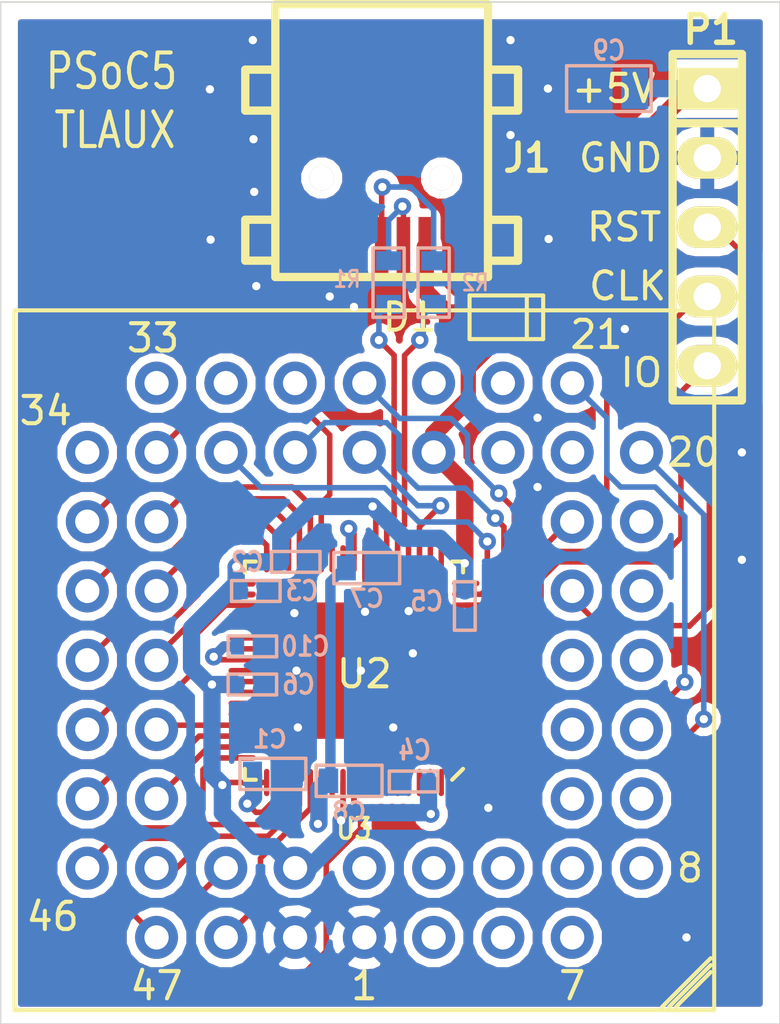
<source format=kicad_pcb>
(kicad_pcb (version 20211014) (generator pcbnew)
  (layers (0 "F.Cu" signal) (31 "B.Cu" signal) (34 "B.Paste" user) (35 "F.Paste" user) (36 "B.SilkS" user "B.Silkscreen") (37 "F.SilkS" user "F.Silkscreen") (38 "B.Mask" user) (39 "F.Mask" user) (44 "Edge.Cuts" user))
  (net 0 "")
  (net 1 "/RST")
  (net 2 "/SWDCLK")
  (net 3 "/SWDIO")
  (net 4 "Net-(U2-Pad2)")
  (net 5 "Net-(U2-Pad3)")
  (net 6 "Net-(U2-Pad4)")
  (net 7 "Net-(U2-Pad5)")
  (net 8 "Net-(U2-Pad6)")
  (net 9 "Net-(U2-Pad7)")
  (net 10 "Net-(U2-Pad8)")
  (net 11 "Net-(U2-Pad9)")
  (net 12 "Net-(U2-Pad10)")
  (net 13 "Net-(U2-Pad11)")
  (net 14 "Net-(U2-Pad12)")
  (net 15 "Net-(U2-Pad13)")
  (net 16 "Net-(U2-Pad14)")
  (net 17 "Net-(U2-Pad15)")
  (net 18 "Net-(U2-Pad16)")
  (net 19 "Net-(U2-Pad18)")
  (net 20 "Net-(U2-Pad22)")
  (net 21 "Net-(U2-Pad23)")
  (net 22 "Net-(U2-Pad24)")
  (net 23 "Net-(U2-Pad25)")
  (net 24 "Net-(U2-Pad29)")
  (net 25 "Net-(U2-Pad31)")
  (net 26 "Net-(U2-Pad33)")
  (net 27 "Net-(U2-Pad34)")
  (net 28 "Net-(U2-Pad35)")
  (net 29 "Net-(U2-Pad36)")
  (net 30 "Net-(U2-Pad37)")
  (net 31 "Net-(U2-Pad38)")
  (net 32 "Net-(U2-Pad39)")
  (net 33 "Net-(U2-Pad40)")
  (net 34 "Net-(U2-Pad41)")
  (net 35 "Net-(U2-Pad42)")
  (net 36 "Net-(U2-Pad43)")
  (net 37 "Net-(U2-Pad44)")
  (net 38 "Net-(U2-Pad45)")
  (net 39 "Net-(U2-Pad46)")
  (net 40 "Net-(U2-Pad47)")
  (net 41 "Net-(U2-Pad48)")
  (net 42 "Net-(U2-Pad49)")
  (net 43 "Net-(U2-Pad50)")
  (net 44 "Net-(U3-Pad68)")
  (net 45 "Net-(U3-Pad66)")
  (net 46 "Net-(U3-Pad65)")
  (net 47 "Net-(U3-Pad64)")
  (net 48 "Net-(U3-Pad63)")
  (net 49 "Net-(U3-Pad62)")
  (net 50 "Net-(U3-Pad61)")
  (net 51 "Net-(U3-Pad47)")
  (net 52 "Net-(U3-Pad46)")
  (net 53 "Net-(U3-Pad41)")
  (net 54 "Net-(U3-Pad40)")
  (net 55 "Net-(U3-Pad39)")
  (net 56 "Net-(U3-Pad38)")
  (net 57 "Net-(U3-Pad28)")
  (net 58 "Net-(U3-Pad27)")
  (net 59 "Net-(U3-Pad21)")
  (net 60 "Net-(U3-Pad19)")
  (net 61 "Net-(U3-Pad18)")
  (net 62 "Net-(U3-Pad6)")
  (net 63 "Net-(U3-Pad4)")
  (net 64 "Net-(U3-Pad3)")
  (net 65 "+5.0Vx")
  (net 66 "GND")
  (net 67 "Net-(C1-Pad2)")
  (net 68 "Net-(J1-Pad3)")
  (net 69 "Net-(J1-Pad2)")
  (net 70 "/V_MON2")
  (net 71 "/RX")
  (net 72 "/TX")
  (net 73 "/AC_MON")
  (net 74 "/TX_EN")
  (net 75 "/LED")
  (net 76 "/ESTOP")
  (net 77 "/USB_DM")
  (net 78 "/USB_DP")
  (net 79 "Net-(D1-Pad2)")
  (net 80 "/VCCD")
  (net 81 "Net-(C10-Pad2)")
  (footprint "w_pin_strip:pin_strip_5" (layer "F.Cu") (at 164.973 85.725 -90)
    (fp_text reference "P1")
    (fp_text value "CONN_01X05" hide)
  )
  (footprint "t_sockets:PLCC_52_Socket" (layer "F.Cu") (at 152.4 101.6)
    (fp_text reference "U2")
    (fp_text value "MC68HC811E2")
  )
  (footprint "t_so:SOD-123" (layer "F.Cu") (at 157.607 89.027 180)
    (fp_text reference "D1")
    (fp_text value "DIODESCH")
  )
  (footprint "t_connectors:conn_usb_B_mini_smd" (layer "F.Cu") (at 153.035 82.55 180)
    (fp_text reference "J1")
    (fp_text value "USB_micro-B" hide)
  )
  (footprint "t_qfn:QFN_68" (layer "F.Cu") (at 152.019 101.981 180)
    (fp_text reference "U3")
    (fp_text value "CY8C58LP_QFN68" hide)
  )
  (footprint "t_passive_smd:cap_0402" (layer "B.Cu") (at 149.8854 97.9932)
    (fp_text reference "C2")
    (fp_text value "0.1uF" hide)
  )
  (footprint "t_passive_smd:cap_0402" (layer "B.Cu") (at 148.421 99.06)
    (fp_text reference "C3")
    (fp_text value "0.1uF" hide)
  )
  (footprint "t_passive_smd:cap_0402" (layer "B.Cu") (at 156.083 99.61 -90)
    (fp_text reference "C5")
    (fp_text value "0.1uF" hide)
  )
  (footprint "t_passive_smd:cap_0402" (layer "B.Cu") (at 148.294 102.489)
    (fp_text reference "C6")
    (fp_text value "0.1uF" hide)
  )
  (footprint "t_passive_smd:cap_0603" (layer "B.Cu") (at 149.0472 105.7656)
    (fp_text reference "C1")
    (fp_text value "1.0uF" hide)
  )
  (footprint "t_passive_smd:res_0603" (layer "B.Cu") (at 153.289 87.757 -90)
    (fp_text reference "R1")
    (fp_text value "Res6" hide)
  )
  (footprint "t_passive_smd:res_0603" (layer "B.Cu") (at 154.94 87.757 -90)
    (fp_text reference "R2")
    (fp_text value "Res6" hide)
  )
  (footprint "t_passive_smd:cap_0402" (layer "B.Cu") (at 154.2034 106.045 180)
    (fp_text reference "C4")
    (fp_text value "0.1uF" hide)
  )
  (footprint "t_passive_smd:cap_0603" (layer "B.Cu") (at 152.4882 98.2218)
    (fp_text reference "C7")
    (fp_text value "1.0 uF" hide)
  )
  (footprint "t_passive_smd:cap_0603" (layer "B.Cu") (at 151.8412 106.0196)
    (fp_text reference "C8")
    (fp_text value "1.0uF" hide)
  )
  (footprint "t_passive_smd:cap_0805" (layer "B.Cu") (at 161.3662 80.645 180)
    (fp_text reference "C9")
    (fp_text value "10uF" hide)
  )
  (footprint "t_passive_smd:cap_0402" (layer "B.Cu") (at 148.294 101.092)
    (fp_text reference "C10")
    (fp_text value "0.1uF" hide)
  )
  (gr_line (start 167.64 114.935) (end 139.065 114.935) (layer "Edge.Cuts") (width 0.05))
  (gr_line (start 167.64 77.47) (end 167.64 114.935) (layer "Edge.Cuts") (width 0.05))
  (gr_line (start 139.065 77.47) (end 167.64 77.47) (layer "Edge.Cuts") (width 0.05))
  (gr_line (start 139.065 114.935) (end 139.065 77.47) (layer "Edge.Cuts") (width 0.05))
  (gr_text "8" (at 164.338 109.22) (layer "F.SilkS") (effects (font (size 1 1))))
  (gr_text "47\n" (at 144.78 113.538) (layer "F.SilkS") (effects (font (size 1 1))))
  (gr_text "46\n" (at 140.97 110.998) (layer "F.SilkS") (effects (font (size 1 1))))
  (gr_text "33" (at 144.653 89.789) (layer "F.SilkS") (effects (font (size 1 1))))
  (gr_text "20\n" (at 164.465 93.98) (layer "F.SilkS") (effects (font (size 1 1))))
  (gr_text "34" (at 140.716 92.456) (layer "F.SilkS") (effects (font (size 1 1))))
  (gr_text "21\n" (at 160.909 89.662) (layer "F.SilkS") (effects (font (size 1 1))))
  (gr_text "GND" (at 161.798 83.185) (layer "F.SilkS") (effects (font (size 1 1))))
  (gr_text "RST" (at 161.925 85.725) (layer "F.SilkS") (effects (font (size 1 1))))
  (gr_text "CLK" (at 162.052 87.884) (layer "F.SilkS") (effects (font (size 1 1))))
  (gr_text "IO" (at 162.56 91.059) (layer "F.SilkS") (effects (font (size 1 1))))
  (gr_text "PSoC5" (at 143.129 80.01) (layer "F.SilkS") (effects (font (size 1.27 1))))
  (gr_text "1" (at 152.4 113.538) (layer "F.SilkS") (effects (font (size 1 1))))
  (gr_text "+5V" (at 161.544 80.645) (layer "F.SilkS") (effects (font (size 1 1))))
  (gr_text "TLAUX" (at 143.256 82.169) (layer "F.SilkS") (effects (font (size 1.27 1))))
  (gr_text "7" (at 160.02 113.538) (layer "F.SilkS") (effects (font (size 1 1))))
  (segment (start 161.5694 100.6094) (end 161.8488 100.33) (width 0.2032) (layer "F.Cu") (net 1))
  (segment (start 161.4424 100.7364) (end 160.02 99.314) (width 0.2032) (layer "F.Cu") (net 1))
  (segment (start 161.5694 100.6094) (end 161.4424 100.7364) (width 0.2032) (layer "F.Cu") (net 1))
  (segment (start 164.2872 100.33) (end 164.3126 100.3554) (width 0.2032) (layer "F.Cu") (net 1))
  (segment (start 166.751 87.16518) (end 165.31082 85.725) (width 0.2032) (layer "F.Cu") (net 1))
  (segment (start 160.02 99.314) (end 160.02 99.06) (width 0.2032) (layer "F.Cu") (net 1))
  (segment (start 165.0492 99.6188) (end 165.0492 93.345) (width 0.2032) (layer "F.Cu") (net 1))
  (segment (start 161.3154 102.3874) (end 161.3154 100.8634) (width 0.2032) (layer "F.Cu") (net 1))
  (segment (start 160.8328 102.87) (end 161.3154 102.3874) (width 0.2032) (layer "F.Cu") (net 1))
  (segment (start 161.8488 100.33) (end 164.2872 100.33) (width 0.2032) (layer "F.Cu") (net 1))
  (segment (start 156.119 101.581) (end 157.2324 101.581) (width 0.2032) (layer "F.Cu") (net 1))
  (segment (start 157.2324 101.581) (end 158.5214 102.87) (width 0.2032) (layer "F.Cu") (net 1))
  (segment (start 164.3126 100.3554) (end 165.0492 99.6188) (width 0.2032) (layer "F.Cu") (net 1))
  (segment (start 158.5214 102.87) (end 160.8328 102.87) (width 0.2032) (layer "F.Cu") (net 1))
  (segment (start 165.0492 93.345) (end 166.751 91.6432) (width 0.2032) (layer "F.Cu") (net 1))
  (segment (start 161.3154 100.8634) (end 161.5694 100.6094) (width 0.2032) (layer "F.Cu") (net 1))
  (segment (start 165.31082 85.725) (end 164.973 85.725) (width 0.2032) (layer "F.Cu") (net 1))
  (segment (start 166.751 91.6432) (end 166.751 87.16518) (width 0.2032) (layer "F.Cu") (net 1))
  (segment (start 158.495989 98.466315) (end 159.350116 97.612188) (width 0.2032) (layer "F.Cu") (net 2))
  (segment (start 164.63518 88.265) (end 164.973 88.265) (width 0.2032) (layer "F.Cu") (net 2))
  (segment (start 160.705812 97.612188) (end 161.29 97.028) (width 0.2032) (layer "F.Cu") (net 2))
  (segment (start 156.119 100.781) (end 157.8164 100.781) (width 0.2032) (layer "F.Cu") (net 2))
  (segment (start 157.8164 100.781) (end 158.495989 100.101411) (width 0.2032) (layer "F.Cu") (net 2))
  (segment (start 161.29 97.028) (end 161.29 91.61018) (width 0.2032) (layer "F.Cu") (net 2))
  (segment (start 161.29 91.61018) (end 164.63518 88.265) (width 0.2032) (layer "F.Cu") (net 2))
  (segment (start 158.495989 100.101411) (end 158.495989 98.466315) (width 0.2032) (layer "F.Cu") (net 2))
  (segment (start 159.350116 97.612188) (end 160.705812 97.612188) (width 0.2032) (layer "F.Cu") (net 2))
  (segment (start 163.118801 97.993199) (end 164.0078 97.1042) (width 0.2032) (layer "F.Cu") (net 3))
  (segment (start 158.877 100.3554) (end 158.877 98.624134) (width 0.2032) (layer "F.Cu") (net 3))
  (segment (start 164.0078 91.7702) (end 164.973 90.805) (width 0.2032) (layer "F.Cu") (net 3))
  (segment (start 156.119 101.181) (end 158.0514 101.181) (width 0.2032) (layer "F.Cu") (net 3))
  (segment (start 164.0078 97.1042) (end 164.0078 91.7702) (width 0.2032) (layer "F.Cu") (net 3))
  (segment (start 158.0514 101.181) (end 158.877 100.3554) (width 0.2032) (layer "F.Cu") (net 3))
  (segment (start 159.507935 97.993199) (end 163.118801 97.993199) (width 0.2032) (layer "F.Cu") (net 3))
  (segment (start 158.877 98.624134) (end 159.507935 97.993199) (width 0.2032) (layer "F.Cu") (net 3))
  (segment (start 146.05 92.71) (end 144.78 93.98) (width 0.2032) (layer "F.Cu") (net 28))
  (segment (start 150.495 92.71) (end 146.05 92.71) (width 0.2032) (layer "F.Cu") (net 28))
  (segment (start 151.13 95.5294) (end 151.13 93.345) (width 0.2032) (layer "F.Cu") (net 28))
  (segment (start 150.819 97.881) (end 150.819 95.8404) (width 0.2032) (layer "F.Cu") (net 28))
  (segment (start 151.13 93.345) (end 150.495 92.71) (width 0.2032) (layer "F.Cu") (net 28))
  (segment (start 150.819 95.8404) (end 151.13 95.5294) (width 0.2032) (layer "F.Cu") (net 28))
  (segment (start 150.419 97.881) (end 150.419 95.9106) (width 0.2032) (layer "F.Cu") (net 29))
  (segment (start 149.7584 95.25) (end 143.51 95.25) (width 0.2032) (layer "F.Cu") (net 29))
  (segment (start 143.51 95.25) (end 143.027399 95.732601) (width 0.2032) (layer "F.Cu") (net 29))
  (segment (start 143.027399 95.732601) (end 142.24 96.52) (width 0.2032) (layer "F.Cu") (net 29))
  (segment (start 150.419 95.9106) (end 149.7584 95.25) (width 0.2032) (layer "F.Cu") (net 29))
  (segment (start 150.019 97.881) (end 150.019 96.2726) (width 0.2032) (layer "F.Cu") (net 30))
  (segment (start 145.6182 95.6818) (end 144.78 96.52) (width 0.2032) (layer "F.Cu") (net 30))
  (segment (start 150.019 96.2726) (end 149.4282 95.6818) (width 0.2032) (layer "F.Cu") (net 30))
  (segment (start 149.4282 95.6818) (end 145.6182 95.6818) (width 0.2032) (layer "F.Cu") (net 30))
  (segment (start 146.812 96.139) (end 145.161 97.79) (width 0.2032) (layer "F.Cu") (net 31))
  (segment (start 145.161 97.79) (end 143.51 97.79) (width 0.2032) (layer "F.Cu") (net 31))
  (segment (start 143.027399 98.272601) (end 142.24 99.06) (width 0.2032) (layer "F.Cu") (net 31))
  (segment (start 149.1234 96.139) (end 146.812 96.139) (width 0.2032) (layer "F.Cu") (net 31))
  (segment (start 149.619 96.6346) (end 149.1234 96.139) (width 0.2032) (layer "F.Cu") (net 31))
  (segment (start 149.619 97.881) (end 149.619 96.6346) (width 0.2032) (layer "F.Cu") (net 31))
  (segment (start 143.51 97.79) (end 143.027399 98.272601) (width 0.2032) (layer "F.Cu") (net 31))
  (segment (start 149.219 97.0474) (end 148.844 96.6724) (width 0.2032) (layer "F.Cu") (net 32))
  (segment (start 147.0406 96.6724) (end 144.78 98.933) (width 0.2032) (layer "F.Cu") (net 32))
  (segment (start 149.219 97.881) (end 149.219 97.0474) (width 0.2032) (layer "F.Cu") (net 32))
  (segment (start 148.844 96.6724) (end 147.0406 96.6724) (width 0.2032) (layer "F.Cu") (net 32))
  (segment (start 144.78 98.933) (end 144.78 99.06) (width 0.2032) (layer "F.Cu") (net 32))
  (segment (start 143.51 100.33) (end 143.027399 100.812601) (width 0.2032) (layer "F.Cu") (net 33))
  (segment (start 148.819 97.384) (end 148.59 97.155) (width 0.2032) (layer "F.Cu") (net 33))
  (segment (start 148.819 97.881) (end 148.819 97.384) (width 0.2032) (layer "F.Cu") (net 33))
  (segment (start 146.304 99.187) (end 145.161 100.33) (width 0.2032) (layer "F.Cu") (net 33))
  (segment (start 146.304 98.298) (end 146.304 99.187) (width 0.2032) (layer "F.Cu") (net 33))
  (segment (start 148.59 97.155) (end 147.447 97.155) (width 0.2032) (layer "F.Cu") (net 33))
  (segment (start 145.161 100.33) (end 143.51 100.33) (width 0.2032) (layer "F.Cu") (net 33))
  (segment (start 143.027399 100.812601) (end 142.24 101.6) (width 0.2032) (layer "F.Cu") (net 33))
  (segment (start 147.447 97.155) (end 146.304 98.298) (width 0.2032) (layer "F.Cu") (net 33))
  (segment (start 147.919 99.181) (end 147.072 99.181) (width 0.2032) (layer "F.Cu") (net 34))
  (segment (start 148.3 99.2) (end 147.699708 99.2) (width 0.2032) (layer "F.Cu") (net 34))
  (segment (start 144.78 101.473) (end 144.78 101.6) (width 0.2032) (layer "F.Cu") (net 34))
  (segment (start 147.072 99.181) (end 144.78 101.473) (width 0.2032) (layer "F.Cu") (net 34))
  (segment (start 147.307 99.581) (end 146.177 100.711) (width 0.2032) (layer "F.Cu") (net 35))
  (segment (start 147.919 99.581) (end 147.307 99.581) (width 0.2032) (layer "F.Cu") (net 35))
  (segment (start 146.177 101.981) (end 145.288 102.87) (width 0.2032) (layer "F.Cu") (net 35))
  (segment (start 143.027399 103.352601) (end 142.24 104.14) (width 0.2032) (layer "F.Cu") (net 35))
  (segment (start 146.177 100.711) (end 146.177 101.981) (width 0.2032) (layer "F.Cu") (net 35))
  (segment (start 145.288 102.87) (end 143.51 102.87) (width 0.2032) (layer "F.Cu") (net 35))
  (segment (start 143.51 102.87) (end 143.027399 103.352601) (width 0.2032) (layer "F.Cu") (net 35))
  (segment (start 144.939 103.981) (end 144.78 104.14) (width 0.2032) (layer "F.Cu") (net 36))
  (segment (start 147.919 103.981) (end 144.939 103.981) (width 0.2032) (layer "F.Cu") (net 36))
  (segment (start 147.919 104.381) (end 146.3424 104.381) (width 0.2032) (layer "F.Cu") (net 37))
  (segment (start 148.3 104.4) (end 147.797092 104.4) (width 0.2032) (layer "F.Cu") (net 37))
  (segment (start 145.3134 105.41) (end 143.51 105.41) (width 0.2032) (layer "F.Cu") (net 37))
  (segment (start 143.027399 105.892601) (end 142.24 106.68) (width 0.2032) (layer "F.Cu") (net 37))
  (segment (start 143.51 105.41) (end 143.027399 105.892601) (width 0.2032) (layer "F.Cu") (net 37))
  (segment (start 146.3424 104.381) (end 145.3134 105.41) (width 0.2032) (layer "F.Cu") (net 37))
  (segment (start 148.3 104.8) (end 147.9 104.8) (width 0.2032) (layer "F.Cu") (net 38))
  (segment (start 146.679 104.781) (end 144.78 106.68) (width 0.2032) (layer "F.Cu") (net 38))
  (segment (start 147.919 104.781) (end 146.679 104.781) (width 0.2032) (layer "F.Cu") (net 38))
  (segment (start 142.24 109.1057) (end 142.24 109.22) (width 0.2032) (layer "F.Cu") (net 39))
  (segment (start 143.598899 107.746801) (end 142.24 109.1057) (width 0.2032) (layer "F.Cu") (net 39))
  (segment (start 146.4818 105.6132) (end 146.4818 107.061) (width 0.2032) (layer "F.Cu") (net 39))
  (segment (start 145.795999 107.746801) (end 143.598899 107.746801) (width 0.2032) (layer "F.Cu") (net 39))
  (segment (start 146.914 105.181) (end 146.4818 105.6132) (width 0.2032) (layer "F.Cu") (net 39))
  (segment (start 146.4818 107.061) (end 145.795999 107.746801) (width 0.2032) (layer "F.Cu") (net 39))
  (segment (start 147.919 105.181) (end 146.914 105.181) (width 0.2032) (layer "F.Cu") (net 39))
  (segment (start 144.78 111.76) (end 143.51 110.49) (width 0.2032) (layer "F.Cu") (net 40))
  (segment (start 143.51 110.49) (end 143.51 108.712) (width 0.2032) (layer "F.Cu") (net 40))
  (segment (start 148.751147 107.624248) (end 149.619 106.756395) (width 0.2032) (layer "F.Cu") (net 40))
  (segment (start 143.51 108.712) (end 144.094188 108.127812) (width 0.2032) (layer "F.Cu") (net 40))
  (segment (start 144.094188 108.127812) (end 145.999188 108.127812) (width 0.2032) (layer "F.Cu") (net 40))
  (segment (start 145.999188 108.127812) (end 146.502752 107.624248) (width 0.2032) (layer "F.Cu") (net 40))
  (segment (start 149.619 106.756395) (end 149.619 106.081) (width 0.2032) (layer "F.Cu") (net 40))
  (segment (start 146.502752 107.624248) (end 148.751147 107.624248) (width 0.2032) (layer "F.Cu") (net 40))
  (segment (start 148.862614 108.051611) (end 146.684989 108.051611) (width 0.2032) (layer "F.Cu") (net 41))
  (segment (start 145.5166 109.22) (end 144.78 109.22) (width 0.2032) (layer "F.Cu") (net 41))
  (segment (start 146.684989 108.051611) (end 145.5166 109.22) (width 0.2032) (layer "F.Cu") (net 41))
  (segment (start 150.019 106.895225) (end 148.862614 108.051611) (width 0.2032) (layer "F.Cu") (net 41))
  (segment (start 150 105.7) (end 150 106.413) (width 0.2032) (layer "F.Cu") (net 41))
  (segment (start 150.019 106.081) (end 150.019 106.895225) (width 0.2032) (layer "F.Cu") (net 41))
  (segment (start 150.419 106.081) (end 150.419 107.034056) (width 0.2032) (layer "F.Cu") (net 42))
  (segment (start 150.419 107.034056) (end 148.59 108.863056) (width 0.2032) (layer "F.Cu") (net 42))
  (segment (start 148.59 110.49) (end 148.107399 110.972601) (width 0.2032) (layer "F.Cu") (net 42))
  (segment (start 148.59 108.863056) (end 148.59 110.49) (width 0.2032) (layer "F.Cu") (net 42))
  (segment (start 148.107399 110.972601) (end 147.32 111.76) (width 0.2032) (layer "F.Cu") (net 42))
  (segment (start 152.019 107.0102) (end 152.260304 107.251504) (width 0.2032) (layer "F.Cu") (net 43))
  (segment (start 151.003 109.038134) (end 151.003 112.268) (width 0.2032) (layer "F.Cu") (net 43))
  (segment (start 146.05 112.522) (end 146.05 110.49) (width 0.2032) (layer "F.Cu") (net 43))
  (segment (start 152.260304 107.78083) (end 151.003 109.038134) (width 0.2032) (layer "F.Cu") (net 43))
  (segment (start 151.003 112.268) (end 150.241 113.03) (width 0.2032) (layer "F.Cu") (net 43))
  (segment (start 146.558 113.03) (end 146.05 112.522) (width 0.2032) (layer "F.Cu") (net 43))
  (segment (start 152.019 106.7842) (end 152.019 107.0102) (width 0.2032) (layer "F.Cu") (net 43))
  (segment (start 152.260304 107.251504) (end 152.260304 107.78083) (width 0.2032) (layer "F.Cu") (net 43))
  (segment (start 152.019 106.7842) (end 152.019 106.081) (width 0.2032) (layer "F.Cu") (net 43))
  (segment (start 146.532601 110.007399) (end 147.32 109.22) (width 0.2032) (layer "F.Cu") (net 43))
  (segment (start 150.241 113.03) (end 146.558 113.03) (width 0.2032) (layer "F.Cu") (net 43))
  (segment (start 152.019 106.7842) (end 152.019 106.553) (width 0.2032) (layer "F.Cu") (net 43))
  (segment (start 146.05 110.49) (end 146.532601 110.007399) (width 0.2032) (layer "F.Cu") (net 43))
  (segment (start 150.253657 109.22) (end 151.546743 107.926914) (width 0.2032) (layer "F.Cu") (net 65))
  (segment (start 156.21 92.030806) (end 156.21 90.849194) (width 0.5588) (layer "F.Cu") (net 65))
  (segment (start 147.919 98.781) (end 147.676 98.781) (width 0.2032) (layer "F.Cu") (net 65))
  (segment (start 147.676 98.781) (end 147.574 98.679) (width 0.2032) (layer "F.Cu") (net 65))
  (segment (start 155.727399 94.767399) (end 154.94 93.98) (width 0.635) (layer "F.Cu") (net 65))
  (segment (start 156.21 90.849194) (end 158.032194 89.027) (width 0.635) (layer "F.Cu") (net 65))
  (segment (start 156.119 98.781) (end 156.119 98.08) (width 0.2032) (layer "F.Cu") (net 65))
  (segment (start 148.3 98.8) (end 147.5968 98.8) (width 0.2032) (layer "F.Cu") (net 65))
  (segment (start 147.919 102.381) (end 146.920046 102.381) (width 0.2032) (layer "F.Cu") (net 65))
  (segment (start 156.083 95.123) (end 155.727399 94.767399) (width 0.635) (layer "F.Cu") (net 65))
  (segment (start 146.920046 102.381) (end 146.812 102.489046) (width 0.2032) (layer "F.Cu") (net 65))
  (segment (start 160.463 89.027) (end 162.2552 87.2348) (width 0.635) (layer "F.Cu") (net 65))
  (segment (start 151.619 107.405645) (end 151.546743 107.477902) (width 0.2032) (layer "F.Cu") (net 65))
  (segment (start 147.284 106.081) (end 147.193 106.172) (width 0.2032) (layer "F.Cu") (net 65))
  (segment (start 164.3634 80.645) (end 164.973 80.645) (width 0.635) (layer "F.Cu") (net 65))
  (segment (start 154.819 107.21939) (end 154.8384 107.23879) (width 0.2032) (layer "F.Cu") (net 65))
  (segment (start 151.546743 107.926914) (end 151.546743 107.477902) (width 0.2032) (layer "F.Cu") (net 65))
  (segment (start 162.2552 87.2348) (end 162.2552 82.7532) (width 0.635) (layer "F.Cu") (net 65))
  (segment (start 152.819 97.881) (end 152.819 96.075402) (width 0.2032) (layer "F.Cu") (net 65))
  (segment (start 158.032194 89.027) (end 160.463 89.027) (width 0.635) (layer "F.Cu") (net 65))
  (segment (start 147.574 98.679) (end 147.574 98.298) (width 0.2032) (layer "F.Cu") (net 65))
  (segment (start 154.819 106.081) (end 154.819 107.21939) (width 0.2032) (layer "F.Cu") (net 65))
  (segment (start 147.574 98.298) (end 147.701 98.171) (width 0.2032) (layer "F.Cu") (net 65))
  (segment (start 162.2552 82.7532) (end 164.3634 80.645) (width 0.635) (layer "F.Cu") (net 65))
  (segment (start 154.94 93.300806) (end 156.21 92.030806) (width 0.635) (layer "F.Cu") (net 65))
  (segment (start 152.819 96.075402) (end 152.7048 95.961202) (width 0.2032) (layer "F.Cu") (net 65))
  (segment (start 154.94 93.98) (end 154.94 93.300806) (width 0.635) (layer "F.Cu") (net 65))
  (segment (start 156.119 98.08) (end 156.083 98.044) (width 0.2032) (layer "F.Cu") (net 65))
  (segment (start 148.819 106.081) (end 147.284 106.081) (width 0.2032) (layer "F.Cu") (net 65))
  (segment (start 151.619 106.081) (end 151.619 107.405645) (width 0.2032) (layer "F.Cu") (net 65))
  (segment (start 149.86 109.22) (end 150.253657 109.22) (width 0.2032) (layer "F.Cu") (net 65))
  (segment (start 156.083 98.044) (end 156.083 95.123) (width 0.635) (layer "F.Cu") (net 65))
  (via (at 154.8384 107.23879) (size 0.635) (drill 0.3048) (layers "F.Cu" "B.Cu") (net 65))
  (via (at 152.7048 95.961202) (size 0.635) (drill 0.3048) (layers "F.Cu" "B.Cu") (net 65))
  (via (at 147.193 106.172) (size 0.635) (drill 0.3048) (layers "F.Cu" "B.Cu") (net 65))
  (via (at 147.701 98.171) (size 0.635) (drill 0.3048) (layers "F.Cu" "B.Cu") (net 65))
  (via (at 151.546743 107.477902) (size 0.635) (drill 0.3048) (layers "F.Cu" "B.Cu") (net 65))
  (via (at 146.812 102.489046) (size 0.635) (drill 0.3048) (layers "F.Cu" "B.Cu") (net 65))
  (via (at 156.083 98.044) (size 0.635) (drill 0.3048) (layers "F.Cu" "B.Cu") (net 65))
  (segment (start 149.3354 97.9932) (end 147.8788 97.9932) (width 0.635) (layer "B.Cu") (net 65))
  (segment (start 147.429788 99.06) (end 147.701 99.06) (width 0.635) (layer "B.Cu") (net 65))
  (segment (start 151.546743 107.926914) (end 151.546743 107.477902) (width 0.635) (layer "B.Cu") (net 65))
  (segment (start 147.701 99.06) (end 147.828 99.06) (width 0.635) (layer "B.Cu") (net 65))
  (segment (start 154.7534 107.15379) (end 154.8384 107.23879) (width 0.635) (layer "B.Cu") (net 65))
  (segment (start 149.86 109.22) (end 149.072601 108.432601) (width 0.635) (layer "B.Cu") (net 65))
  (segment (start 147.429788 99.06) (end 147.701 98.788788) (width 0.635) (layer "B.Cu") (net 65))
  (segment (start 155.1686 97.1296) (end 153.873198 97.1296) (width 0.635) (layer "B.Cu") (net 65))
  (segment (start 146.685046 102.489046) (end 146.062701 101.866701) (width 0.635) (layer "B.Cu") (net 65))
  (segment (start 156.083 99.06) (end 156.083 98.044) (width 0.635) (layer "B.Cu") (net 65))
  (segment (start 147.700954 102.489046) (end 146.812 102.489046) (width 0.635) (layer "B.Cu") (net 65))
  (segment (start 146.812 102.938058) (end 146.812 102.489046) (width 0.635) (layer "B.Cu") (net 65))
  (segment (start 156.083 98.044) (end 155.1686 97.1296) (width 0.635) (layer "B.Cu") (net 65))
  (segment (start 149.3354 97.9932) (end 149.3354 97.0582) (width 0.635) (layer "B.Cu") (net 65))
  (segment (start 146.062701 101.866701) (end 146.062701 100.427087) (width 0.635) (layer "B.Cu") (net 65))
  (segment (start 150.432398 95.961202) (end 152.255788 95.961202) (width 0.635) (layer "B.Cu") (net 65))
  (segment (start 147.701 102.489) (end 147.700954 102.489046) (width 0.635) (layer "B.Cu") (net 65))
  (segment (start 151.546743 108.041257) (end 151.546743 107.926914) (width 0.635) (layer "B.Cu") (net 65))
  (segment (start 149.3354 97.0582) (end 150.432398 95.961202) (width 0.635) (layer "B.Cu") (net 65))
  (segment (start 149.072601 108.432601) (end 148.428453 108.432601) (width 0.635) (layer "B.Cu") (net 65))
  (segment (start 147.701 98.620012) (end 147.701 98.171) (width 0.635) (layer "B.Cu") (net 65))
  (segment (start 146.062701 100.427087) (end 147.429788 99.06) (width 0.635) (layer "B.Cu") (net 65))
  (segment (start 162.3162 80.645) (end 164.973 80.645) (width 0.635) (layer "B.Cu") (net 65))
  (segment (start 148.428453 108.432601) (end 147.193 107.197148) (width 0.635) (layer "B.Cu") (net 65))
  (segment (start 147.8788 97.9932) (end 147.701 98.171) (width 0.635) (layer "B.Cu") (net 65))
  (segment (start 147.871 99.06) (end 147.871 99.0522) (width 0.381) (layer "B.Cu") (net 65))
  (segment (start 154.78761 107.188) (end 154.8384 107.23879) (width 0.635) (layer "B.Cu") (net 65))
  (segment (start 147.193 106.172) (end 146.812 105.791) (width 0.635) (layer "B.Cu") (net 65))
  (segment (start 152.255788 95.961202) (end 152.7048 95.961202) (width 0.635) (layer "B.Cu") (net 65))
  (segment (start 147.701 98.788788) (end 147.701 98.620012) (width 0.635) (layer "B.Cu") (net 65))
  (segment (start 151.892 107.188) (end 154.78761 107.188) (width 0.635) (layer "B.Cu") (net 65))
  (segment (start 154.7534 106.045) (end 154.7534 107.15379) (width 0.635) (layer "B.Cu") (net 65))
  (segment (start 146.812 102.489046) (end 146.685046 102.489046) (width 0.635) (layer "B.Cu") (net 65))
  (segment (start 151.602098 107.477902) (end 151.892 107.188) (width 0.635) (layer "B.Cu") (net 65))
  (segment (start 150.368 109.22) (end 151.546743 108.041257) (width 0.635) (layer "B.Cu") (net 65))
  (segment (start 151.546743 107.477902) (end 151.602098 107.477902) (width 0.635) (layer "B.Cu") (net 65))
  (segment (start 153.873198 97.1296) (end 152.7048 95.961202) (width 0.635) (layer "B.Cu") (net 65))
  (segment (start 149.86 109.22) (end 150.368 109.22) (width 0.635) (layer "B.Cu") (net 65))
  (segment (start 147.193 107.197148) (end 147.193 106.621012) (width 0.635) (layer "B.Cu") (net 65))
  (segment (start 146.812 105.791) (end 146.812 102.938058) (width 0.635) (layer "B.Cu") (net 65))
  (segment (start 147.193 106.621012) (end 147.193 106.172) (width 0.635) (layer "B.Cu") (net 65))
  (segment (start 152.425396 99.822) (end 152.425396 101.574604) (width 0.2032) (layer "F.Cu") (net 66))
  (segment (start 154.300507 100.393481) (end 154.300507 100.393481) (width 0.2032) (layer "F.Cu") (net 66))
  (segment (start 149.9108 101.981) (end 149.479028 101.981) (width 0.2032) (layer "F.Cu") (net 66))
  (segment (start 150.114 100.076) (end 152.019 101.981) (width 0.2032) (layer "F.Cu") (net 66))
  (segment (start 147.919 101.981) (end 149.479028 101.981) (width 0.2032) (layer "F.Cu") (net 66))
  (segment (start 152.23744 88.42756) (end 152.019 88.646) (width 0.381) (layer "F.Cu") (net 66))
  (segment (start 152.419 98.5842) (end 152.425396 98.590596) (width 0.2032) (layer "F.Cu") (net 66))
  (segment (start 156.119 103.581) (end 153.619 103.581) (width 0.2032) (layer "F.Cu") (net 66))
  (segment (start 152.819 102.781) (end 152.019 101.981) (width 0.2032) (layer "F.Cu") (net 66))
  (segment (start 151.43734 86.4489) (end 151.43734 87.95766) (width 0.381) (layer "F.Cu") (net 66))
  (segment (start 156.119 102.381) (end 152.419 102.381) (width 0.2032) (layer "F.Cu") (net 66))
  (segment (start 147.919 102.781) (end 151.219 102.781) (width 0.2032) (layer "F.Cu") (net 66))
  (segment (start 153.619 103.581) (end 152.019 101.981) (width 0.2032) (layer "F.Cu") (net 66))
  (segment (start 151.219 102.781) (end 152.019 101.981) (width 0.2032) (layer "F.Cu") (net 66))
  (segment (start 150.114 100.076) (end 150.114 100.076) (width 0.2032) (layer "F.Cu") (net 66))
  (segment (start 151.219 106.081) (end 151.219 102.781) (width 0.2032) (layer "F.Cu") (net 66))
  (segment (start 152.425396 98.590596) (end 152.425396 99.822) (width 0.2032) (layer "F.Cu") (net 66))
  (segment (start 151.43734 87.95766) (end 151.13 88.265) (width 0.381) (layer "F.Cu") (net 66))
  (segment (start 152.019 101.981) (end 153.3398 101.981) (width 0.2032) (layer "F.Cu") (net 66))
  (segment (start 152.019 101.981) (end 149.9108 101.981) (width 0.2032) (layer "F.Cu") (net 66))
  (segment (start 152.419 102.381) (end 152.019 101.981) (width 0.2032) (layer "F.Cu") (net 66))
  (segment (start 156.119 102.781) (end 152.819 102.781) (width 0.2032) (layer "F.Cu") (net 66))
  (segment (start 152.419 97.881) (end 152.419 98.5842) (width 0.2032) (layer "F.Cu") (net 66))
  (segment (start 152.336698 101.663302) (end 152.019199 101.980801) (width 0.2032) (layer "F.Cu") (net 66))
  (segment (start 156.119 101.981) (end 152.019 101.981) (width 0.2032) (layer "F.Cu") (net 66))
  (segment (start 152.425396 101.574604) (end 152.336698 101.663302) (width 0.2032) (layer "F.Cu") (net 66))
  (segment (start 152.23744 86.4489) (end 152.23744 88.42756) (width 0.381) (layer "F.Cu") (net 66))
  (segment (start 152.019 101.981) (end 152.019 101.980951) (width 0.2032) (layer "F.Cu") (net 66))
  (via (at 153.459 104.0638) (size 0.635) (drill 0.3048) (layers "F.Cu" "B.Cu") (net 66))
  (via (at 157.7594 78.867) (size 0.635) (drill 0.3048) (layers "F.Cu" "B.Cu") (net 66))
  (via (at 149.8346 99.8728) (size 0.635) (drill 0.3048) (layers "F.Cu" "B.Cu") (net 66))
  (via (at 152.273 101.980951) (size 0.635) (drill 0.3048) (layers "F.Cu" "B.Cu") (net 66))
  (via (at 166.243 93.98) (size 0.635) (drill 0.3048) (layers "F.Cu" "B.Cu") (net 66))
  (via (at 152.019 88.646) (size 0.635) (drill 0.3048) (layers "F.Cu" "B.Cu") (net 66))
  (via (at 148.336 82.4992) (size 0.635) (drill 0.3048) (layers "F.Cu" "B.Cu") (net 66))
  (via (at 146.7358 80.6704) (size 0.635) (drill 0.3048) (layers "F.Cu" "B.Cu") (net 66))
  (via (at 148.3106 78.867) (size 0.635) (drill 0.3048) (layers "F.Cu" "B.Cu") (net 66))
  (via (at 156.9466 107.0102) (size 0.635) (drill 0.3048) (layers "F.Cu" "B.Cu") (net 66))
  (via (at 158.75 92.71) (size 0.635) (drill 0.3048) (layers "F.Cu" "B.Cu") (net 66))
  (via (at 151.13 88.265) (size 0.635) (drill 0.3048) (layers "F.Cu" "B.Cu") (net 66))
  (via (at 149.9616 104.0638) (size 0.635) (drill 0.3048) (layers "F.Cu" "B.Cu") (net 66))
  (via (at 159.1564 86.1568) (size 0.635) (drill 0.3048) (layers "F.Cu" "B.Cu") (net 66))
  (via (at 148.4376 87.884) (size 0.635) (drill 0.3048) (layers "F.Cu" "B.Cu") (net 66))
  (via (at 149.9108 101.981) (size 0.635) (drill 0.3048) (layers "F.Cu" "B.Cu") (net 66))
  (via (at 146.7612 86.1822) (size 0.635) (drill 0.3048) (layers "F.Cu" "B.Cu") (net 66))
  (via (at 157.7594 82.3468) (size 0.635) (drill 0.3048) (layers "F.Cu" "B.Cu") (net 66))
  (via (at 159.131 80.645) (size 0.635) (drill 0.3048) (layers "F.Cu" "B.Cu") (net 66))
  (via (at 166.243 97.917) (size 0.635) (drill 0.3048) (layers "F.Cu" "B.Cu") (net 66))
  (via (at 158.75 95.25) (size 0.635) (drill 0.3048) (layers "F.Cu" "B.Cu") (net 66))
  (via (at 154.0256 99.7966) (size 0.635) (drill 0.3048) (layers "F.Cu" "B.Cu") (net 66))
  (via (at 152.425396 99.822) (size 0.635) (drill 0.3048) (layers "F.Cu" "B.Cu") (net 66))
  (via (at 161.9504 89.4588) (size 0.635) (drill 0.3048) (layers "F.Cu" "B.Cu") (net 66))
  (via (at 154.178 101.346) (size 0.635) (drill 0.3048) (layers "F.Cu" "B.Cu") (net 66))
  (via (at 148.3614 84.4296) (size 0.635) (drill 0.3048) (layers "F.Cu" "B.Cu") (net 66))
  (via (at 164.211 111.76) (size 0.635) (drill 0.3048) (layers "F.Cu" "B.Cu") (net 66))
  (segment (start 148.661268 107.175297) (end 148.424897 107.175297) (width 0.2032) (layer "F.Cu") (net 67))
  (segment (start 149.219 106.081) (end 149.219 106.617565) (width 0.2032) (layer "F.Cu") (net 67))
  (segment (start 149.219 106.617565) (end 148.661268 107.175297) (width 0.2032) (layer "F.Cu") (net 67))
  (segment (start 148.424897 107.175297) (end 148.107398 106.857798) (width 0.2032) (layer "F.Cu") (net 67))
  (via (at 148.107398 106.857798) (size 0.635) (drill 0.3048) (layers "F.Cu" "B.Cu") (net 67))
  (segment (start 148.336 105.791) (end 148.336 105.918) (width 0.635) (layer "B.Cu") (net 67))
  (segment (start 148.107398 106.857798) (end 148.336 106.629196) (width 0.635) (layer "B.Cu") (net 67))
  (segment (start 148.336 106.629196) (end 148.336 105.791) (width 0.635) (layer "B.Cu") (net 67))
  (segment (start 148.198252 106.948652) (end 148.107398 106.857798) (width 0.2032) (layer "B.Cu") (net 67))
  (segment (start 148.2972 105.7656) (end 148.2972 105.8806) (width 0.2032) (layer "B.Cu") (net 67))
  (segment (start 148.294348 106.948652) (end 148.198252 106.948652) (width 0.2032) (layer "B.Cu") (net 67))
  (segment (start 153.035 84.2772) (end 153.0604 84.2518) (width 0.2032) (layer "F.Cu") (net 68))
  (segment (start 153.035 86.4489) (end 153.035 84.2772) (width 0.2032) (layer "F.Cu") (net 68))
  (via (at 153.0604 84.2518) (size 0.635) (drill 0.3048) (layers "F.Cu" "B.Cu") (net 68))
  (segment (start 154.94 86.957) (end 154.94 85.09) (width 0.2032) (layer "B.Cu") (net 68))
  (segment (start 154.94 85.09) (end 154.1018 84.2518) (width 0.2032) (layer "B.Cu") (net 68))
  (segment (start 153.509412 84.2518) (end 153.0604 84.2518) (width 0.2032) (layer "B.Cu") (net 68))
  (segment (start 154.1018 84.2518) (end 153.509412 84.2518) (width 0.2032) (layer "B.Cu") (net 68))
  (segment (start 153.83256 84.998568) (end 153.796992 84.963) (width 0.2032) (layer "F.Cu") (net 69))
  (segment (start 153.83256 86.4489) (end 153.83256 84.998568) (width 0.2032) (layer "F.Cu") (net 69))
  (via (at 153.796992 84.963) (size 0.635) (drill 0.3048) (layers "F.Cu" "B.Cu") (net 69))
  (segment (start 153.479493 85.280499) (end 153.796992 84.963) (width 0.2032) (layer "B.Cu") (net 69))
  (segment (start 153.289 86.957) (end 153.289 85.470992) (width 0.2032) (layer "B.Cu") (net 69))
  (segment (start 153.289 85.470992) (end 153.479493 85.280499) (width 0.2032) (layer "B.Cu") (net 69))
  (segment (start 156.119 100.381) (end 157.5814 100.381) (width 0.2032) (layer "F.Cu") (net 70))
  (segment (start 157.5814 100.381) (end 158.114978 99.847422) (width 0.2032) (layer "F.Cu") (net 70))
  (segment (start 158.114978 99.847422) (end 158.114978 98.308496) (width 0.2032) (layer "F.Cu") (net 70))
  (segment (start 158.114978 98.308496) (end 159.903474 96.52) (width 0.2032) (layer "F.Cu") (net 70))
  (segment (start 159.903474 96.52) (end 160.02 96.52) (width 0.2032) (layer "F.Cu") (net 70))
  (segment (start 158.4452 106.045) (end 158.4452 107.1626) (width 0.2032) (layer "F.Cu") (net 71))
  (segment (start 160.7058 107.9754) (end 161.3154 107.3658) (width 0.2032) (layer "F.Cu") (net 71))
  (segment (start 156.119 105.181) (end 157.5812 105.181) (width 0.2032) (layer "F.Cu") (net 71))
  (segment (start 164.528501 104.076499) (end 164.846 103.759) (width 0.2032) (layer "F.Cu") (net 71))
  (segment (start 159.258 107.9754) (end 160.7058 107.9754) (width 0.2032) (layer "F.Cu") (net 71))
  (segment (start 158.4452 107.1626) (end 159.258 107.9754) (width 0.2032) (layer "F.Cu") (net 71))
  (segment (start 161.7472 105.4354) (end 163.1696 105.4354) (width 0.2032) (layer "F.Cu") (net 71))
  (segment (start 161.3154 105.8672) (end 161.7472 105.4354) (width 0.2032) (layer "F.Cu") (net 71))
  (segment (start 163.1696 105.4354) (end 164.528501 104.076499) (width 0.2032) (layer "F.Cu") (net 71))
  (segment (start 161.3154 107.3658) (end 161.3154 105.8672) (width 0.2032) (layer "F.Cu") (net 71))
  (segment (start 157.5812 105.181) (end 158.4452 106.045) (width 0.2032) (layer "F.Cu") (net 71))
  (via (at 164.846 103.759) (size 0.635) (drill 0.3048) (layers "F.Cu" "B.Cu") (net 71))
  (segment (start 162.56 93.98) (end 164.846 96.266) (width 0.2032) (layer "B.Cu") (net 71))
  (segment (start 164.846 103.309988) (end 164.846 103.759) (width 0.2032) (layer "B.Cu") (net 71))
  (segment (start 164.846 96.266) (end 164.846 103.309988) (width 0.2032) (layer "B.Cu") (net 71))
  (segment (start 163.83306 102.715884) (end 164.150559 102.398385) (width 0.2032) (layer "F.Cu") (net 72))
  (segment (start 161.332848 104.833752) (end 161.332848 103.538352) (width 0.2032) (layer "F.Cu") (net 72))
  (segment (start 156.119 104.781) (end 158.236 104.781) (width 0.2032) (layer "F.Cu") (net 72))
  (segment (start 162.0266 102.8446) (end 163.704344 102.8446) (width 0.2032) (layer "F.Cu") (net 72))
  (segment (start 160.7566 105.41) (end 161.332848 104.833752) (width 0.2032) (layer "F.Cu") (net 72))
  (segment (start 158.236 104.781) (end 158.865 105.41) (width 0.2032) (layer "F.Cu") (net 72))
  (segment (start 161.332848 103.538352) (end 162.0266 102.8446) (width 0.2032) (layer "F.Cu") (net 72))
  (segment (start 158.865 105.41) (end 160.7566 105.41) (width 0.2032) (layer "F.Cu") (net 72))
  (segment (start 163.704344 102.8446) (end 163.83306 102.715884) (width 0.2032) (layer "F.Cu") (net 72))
  (via (at 164.150559 102.398385) (size 0.635) (drill 0.3048) (layers "F.Cu" "B.Cu") (net 72))
  (segment (start 160.02 91.44) (end 161.29 92.71) (width 0.2032) (layer "B.Cu") (net 72))
  (segment (start 161.798 95.25) (end 163.068 95.25) (width 0.2032) (layer "B.Cu") (net 72))
  (segment (start 164.150559 96.332559) (end 164.150559 101.949373) (width 0.2032) (layer "B.Cu") (net 72))
  (segment (start 161.29 92.71) (end 161.29 94.742) (width 0.2032) (layer "B.Cu") (net 72))
  (segment (start 164.150559 101.949373) (end 164.150559 102.398385) (width 0.2032) (layer "B.Cu") (net 72))
  (segment (start 163.068 95.25) (end 164.150559 96.332559) (width 0.2032) (layer "B.Cu") (net 72))
  (segment (start 161.29 94.742) (end 161.798 95.25) (width 0.2032) (layer "B.Cu") (net 72))
  (segment (start 156.119 99.981) (end 157.3718 99.981) (width 0.2032) (layer "F.Cu") (net 73))
  (segment (start 157.899099 96.050093) (end 157.645105 95.796099) (width 0.2032) (layer "F.Cu") (net 73))
  (segment (start 157.733967 98.150677) (end 157.899099 97.985545) (width 0.2032) (layer "F.Cu") (net 73))
  (segment (start 157.645105 95.796099) (end 157.327606 95.4786) (width 0.2032) (layer "F.Cu") (net 73))
  (segment (start 157.3718 99.981) (end 157.733967 99.618833) (width 0.2032) (layer "F.Cu") (net 73))
  (segment (start 157.733967 99.618833) (end 157.733967 98.150677) (width 0.2032) (layer "F.Cu") (net 73))
  (segment (start 157.899099 97.985545) (end 157.899099 96.050093) (width 0.2032) (layer "F.Cu") (net 73))
  (via (at 157.327606 95.4786) (size 0.635) (drill 0.3048) (layers "F.Cu" "B.Cu") (net 73))
  (segment (start 155.575 92.7354) (end 156.1846 93.345) (width 0.2032) (layer "B.Cu") (net 73))
  (segment (start 156.1846 94.335594) (end 157.010107 95.161101) (width 0.2032) (layer "B.Cu") (net 73))
  (segment (start 157.010107 95.161101) (end 157.327606 95.4786) (width 0.2032) (layer "B.Cu") (net 73))
  (segment (start 156.1846 93.345) (end 156.1846 94.335594) (width 0.2032) (layer "B.Cu") (net 73))
  (segment (start 152.4 91.44) (end 153.6954 92.7354) (width 0.2032) (layer "B.Cu") (net 73))
  (segment (start 153.6954 92.7354) (end 155.575 92.7354) (width 0.2032) (layer "B.Cu") (net 73))
  (segment (start 154.419 97.881) (end 154.419 96.710779) (width 0.2032) (layer "F.Cu") (net 74))
  (segment (start 154.876501 96.253278) (end 155.194 95.935779) (width 0.2032) (layer "F.Cu") (net 74))
  (segment (start 154.419 96.710779) (end 154.876501 96.253278) (width 0.2032) (layer "F.Cu") (net 74))
  (via (at 155.194 95.935779) (size 0.635) (drill 0.3048) (layers "F.Cu" "B.Cu") (net 74))
  (segment (start 154.355779 95.935779) (end 154.744988 95.935779) (width 0.2032) (layer "B.Cu") (net 74))
  (segment (start 154.744988 95.935779) (end 155.194 95.935779) (width 0.2032) (layer "B.Cu") (net 74))
  (segment (start 152.4 93.98) (end 154.355779 95.935779) (width 0.2032) (layer "B.Cu") (net 74))
  (segment (start 157.518095 97.827719) (end 157.518095 96.710491) (width 0.2032) (layer "F.Cu") (net 75))
  (segment (start 156.119 99.581) (end 156.826908 99.581) (width 0.2032) (layer "F.Cu") (net 75))
  (segment (start 157.352956 97.992858) (end 157.518095 97.827719) (width 0.2032) (layer "F.Cu") (net 75))
  (segment (start 157.518095 96.710491) (end 157.200604 96.393) (width 0.2032) (layer "F.Cu") (net 75))
  (segment (start 157.352956 99.054952) (end 157.352956 97.992858) (width 0.2032) (layer "F.Cu") (net 75))
  (segment (start 156.826908 99.581) (end 157.352956 99.054952) (width 0.2032) (layer "F.Cu") (net 75))
  (via (at 157.200604 96.393) (size 0.635) (drill 0.3048) (layers "F.Cu" "B.Cu") (net 75))
  (segment (start 153.2128 92.887812) (end 153.67 93.345012) (width 0.2032) (layer "B.Cu") (net 75))
  (segment (start 156.095703 95.288099) (end 156.883105 96.075501) (width 0.2032) (layer "B.Cu") (net 75))
  (segment (start 153.67 94.5896) (end 154.368499 95.288099) (width 0.2032) (layer "B.Cu") (net 75))
  (segment (start 149.86 93.98) (end 150.952188 92.887812) (width 0.2032) (layer "B.Cu") (net 75))
  (segment (start 153.67 93.345012) (end 153.67 94.5896) (width 0.2032) (layer "B.Cu") (net 75))
  (segment (start 150.952188 92.887812) (end 153.2128 92.887812) (width 0.2032) (layer "B.Cu") (net 75))
  (segment (start 154.368499 95.288099) (end 156.095703 95.288099) (width 0.2032) (layer "B.Cu") (net 75))
  (segment (start 156.883105 96.075501) (end 157.200604 96.393) (width 0.2032) (layer "B.Cu") (net 75))
  (segment (start 156.119 99.181) (end 156.688078 99.181) (width 0.2032) (layer "F.Cu") (net 76))
  (segment (start 156.908445 98.960633) (end 156.908445 97.695149) (width 0.2032) (layer "F.Cu") (net 76))
  (segment (start 156.688078 99.181) (end 156.908445 98.960633) (width 0.2032) (layer "F.Cu") (net 76))
  (segment (start 156.908445 97.695149) (end 156.908445 97.246137) (width 0.2032) (layer "F.Cu") (net 76))
  (via (at 156.908445 97.246137) (size 0.635) (drill 0.3048) (layers "F.Cu" "B.Cu") (net 76))
  (segment (start 148.6154 95.2754) (end 153.142558 95.2754) (width 0.2032) (layer "B.Cu") (net 76))
  (segment (start 147.32 93.98) (end 148.6154 95.2754) (width 0.2032) (layer "B.Cu") (net 76))
  (segment (start 154.399847 96.532689) (end 156.194997 96.532689) (width 0.2032) (layer "B.Cu") (net 76))
  (segment (start 156.590946 96.928638) (end 156.908445 97.246137) (width 0.2032) (layer "B.Cu") (net 76))
  (segment (start 156.194997 96.532689) (end 156.590946 96.928638) (width 0.2032) (layer "B.Cu") (net 76))
  (segment (start 153.142558 95.2754) (end 154.399847 96.532689) (width 0.2032) (layer "B.Cu") (net 76))
  (segment (start 153.250899 90.182699) (end 152.9334 89.8652) (width 0.2032) (layer "F.Cu") (net 77))
  (segment (start 153.219 96.6154) (end 153.492188 96.342212) (width 0.2032) (layer "F.Cu") (net 77))
  (segment (start 153.219 97.881) (end 153.219 96.6154) (width 0.2032) (layer "F.Cu") (net 77))
  (segment (start 153.492188 90.423988) (end 153.250899 90.182699) (width 0.2032) (layer "F.Cu") (net 77))
  (segment (start 153.492188 96.342212) (end 153.492188 90.423988) (width 0.2032) (layer "F.Cu") (net 77))
  (via (at 152.9334 89.8652) (size 0.635) (drill 0.3048) (layers "F.Cu" "B.Cu") (net 77))
  (segment (start 152.9334 89.5096) (end 152.9334 89.8652) (width 0.2032) (layer "B.Cu") (net 77))
  (segment (start 152.9334 88.9126) (end 152.9334 89.5096) (width 0.2032) (layer "B.Cu") (net 77))
  (segment (start 153.289 88.557) (end 152.9334 88.9126) (width 0.2032) (layer "B.Cu") (net 77))
  (segment (start 153.873199 90.424001) (end 154.114501 90.182699) (width 0.2032) (layer "F.Cu") (net 78))
  (segment (start 153.873199 96.647001) (end 153.873199 90.424001) (width 0.2032) (layer "F.Cu") (net 78))
  (segment (start 154.114501 90.182699) (end 154.432 89.8652) (width 0.2032) (layer "F.Cu") (net 78))
  (segment (start 153.619 96.9012) (end 153.873199 96.647001) (width 0.2032) (layer "F.Cu") (net 78))
  (segment (start 153.619 97.881) (end 153.619 96.9012) (width 0.2032) (layer "F.Cu") (net 78))
  (via (at 154.432 89.8652) (size 0.635) (drill 0.3048) (layers "F.Cu" "B.Cu") (net 78))
  (segment (start 154.94 88.5698) (end 154.559 88.9508) (width 0.2032) (layer "B.Cu") (net 78))
  (segment (start 154.559 89.7382) (end 154.432 89.8652) (width 0.2032) (layer "B.Cu") (net 78))
  (segment (start 154.94 88.557) (end 154.94 88.5698) (width 0.2032) (layer "B.Cu") (net 78))
  (segment (start 154.559 88.9508) (end 154.559 89.7382) (width 0.2032) (layer "B.Cu") (net 78))
  (segment (start 154.63266 88.07766) (end 155.582 89.027) (width 0.635) (layer "F.Cu") (net 79))
  (segment (start 154.63266 86.4489) (end 154.63266 88.07766) (width 0.635) (layer "F.Cu") (net 79))
  (segment (start 150.819 107.478217) (end 150.696925 107.600292) (width 0.2032) (layer "F.Cu") (net 80))
  (segment (start 152.019 96.967748) (end 151.825262 96.77401) (width 0.2032) (layer "F.Cu") (net 80))
  (segment (start 152.019 97.881) (end 152.019 96.967748) (width 0.2032) (layer "F.Cu") (net 80))
  (segment (start 150.819 106.081) (end 150.819 107.478217) (width 0.2032) (layer "F.Cu") (net 80))
  (via (at 150.696925 107.600292) (size 0.635) (drill 0.3048) (layers "F.Cu" "B.Cu") (net 80))
  (via (at 151.825262 96.77401) (size 0.635) (drill 0.3048) (layers "F.Cu" "B.Cu") (net 80))
  (segment (start 151.1554 106.0704) (end 151.1554 98.7298) (width 0.381) (layer "B.Cu") (net 80))
  (segment (start 151.8652 97.6376) (end 151.8652 96.813948) (width 0.3048) (layer "B.Cu") (net 80))
  (segment (start 150.733942 107.563275) (end 150.696925 107.600292) (width 0.635) (layer "B.Cu") (net 80))
  (segment (start 151.8652 97.6376) (end 151.8652 98.0948) (width 0.3048) (layer "B.Cu") (net 80))
  (segment (start 151.8652 96.813948) (end 151.825262 96.77401) (width 0.3048) (layer "B.Cu") (net 80))
  (segment (start 151.0912 106.0196) (end 151.0284 106.0196) (width 0.635) (layer "B.Cu") (net 80))
  (segment (start 151.8652 98.0948) (end 151.7382 98.2218) (width 0.3048) (layer "B.Cu") (net 80))
  (segment (start 151.1554 98.7298) (end 151.8652 98.02) (width 0.381) (layer "B.Cu") (net 80))
  (segment (start 151.0284 106.0196) (end 150.733942 106.314058) (width 0.635) (layer "B.Cu") (net 80))
  (segment (start 151.8652 98.02) (end 151.8652 97.6376) (width 0.3048) (layer "B.Cu") (net 80))
  (segment (start 150.733942 106.314058) (end 150.733942 107.563275) (width 0.635) (layer "B.Cu") (net 80))
  (segment (start 147.919 101.581) (end 146.983519 101.581) (width 0.2032) (layer "F.Cu") (net 81))
  (segment (start 146.983519 101.581) (end 146.875519 101.473) (width 0.2032) (layer "F.Cu") (net 81))
  (via (at 146.875519 101.473) (size 0.635) (drill 0.3048) (layers "F.Cu" "B.Cu") (net 81))
  (segment (start 147.701 101.092) (end 147.256519 101.092) (width 0.381) (layer "B.Cu") (net 81))
  (segment (start 147.256519 101.092) (end 147.193018 101.155501) (width 0.381) (layer "B.Cu") (net 81))
  (segment (start 147.193018 101.155501) (end 146.875519 101.473) (width 0.381) (layer "B.Cu") (net 81))
  (segment (start 147.701 101.092) (end 147.828 101.092) (width 0.2032) (layer "B.Cu") (net 81))
  (zone (net 66) (net_name "GND") (layer "F.Cu") (connect_pads (clearance 0.3048)) (min_thickness 0.2032) (fill yes (thermal_gap 0.381) (thermal_bridge_width 0.508))
    (polygon (pts (xy 139.7 78.105) (xy 167.005 78.105) (xy 167.005 113.665) (xy 167.005 114.3) (xy 140.335 114.3) (xy 139.7 114.3)))
  )
  (zone (net 0) (net_name "") (layer "F.Cu") (connect_pads (clearance 0)) (min_thickness 0.2032)
    (keepout (tracks allowed) (vias allowed) (pads allowed) (copperpour not_allowed) (footprints allowed))
    (fill (thermal_gap 0.381) (thermal_bridge_width 0.508))
    (polygon (pts (xy 148.59 98.679) (xy 155.194 98.679) (xy 155.194 105.156) (xy 148.717 105.156) (xy 148.59 105.156)))
  )
  (zone (net 66) (net_name "GND") (layer "B.Cu") (connect_pads (clearance 0.3048)) (min_thickness 0.2032) (fill yes (thermal_gap 0.381) (thermal_bridge_width 0.508))
    (polygon (pts (xy 139.7 78.105) (xy 167.005 78.105) (xy 167.005 113.665) (xy 167.005 114.3) (xy 140.335 114.3) (xy 139.7 114.3)))
  )
)
</source>
